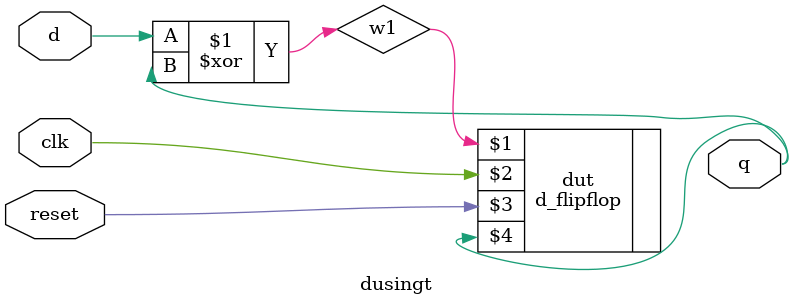
<source format=v>
`timescale 1ns / 1ps


module dusingt(
input d,clk,reset,
output q

    );
    wire w1;
    xor a1(w1,d,q);
d_flipflop dut(w1,clk,reset,q);
endmodule

</source>
